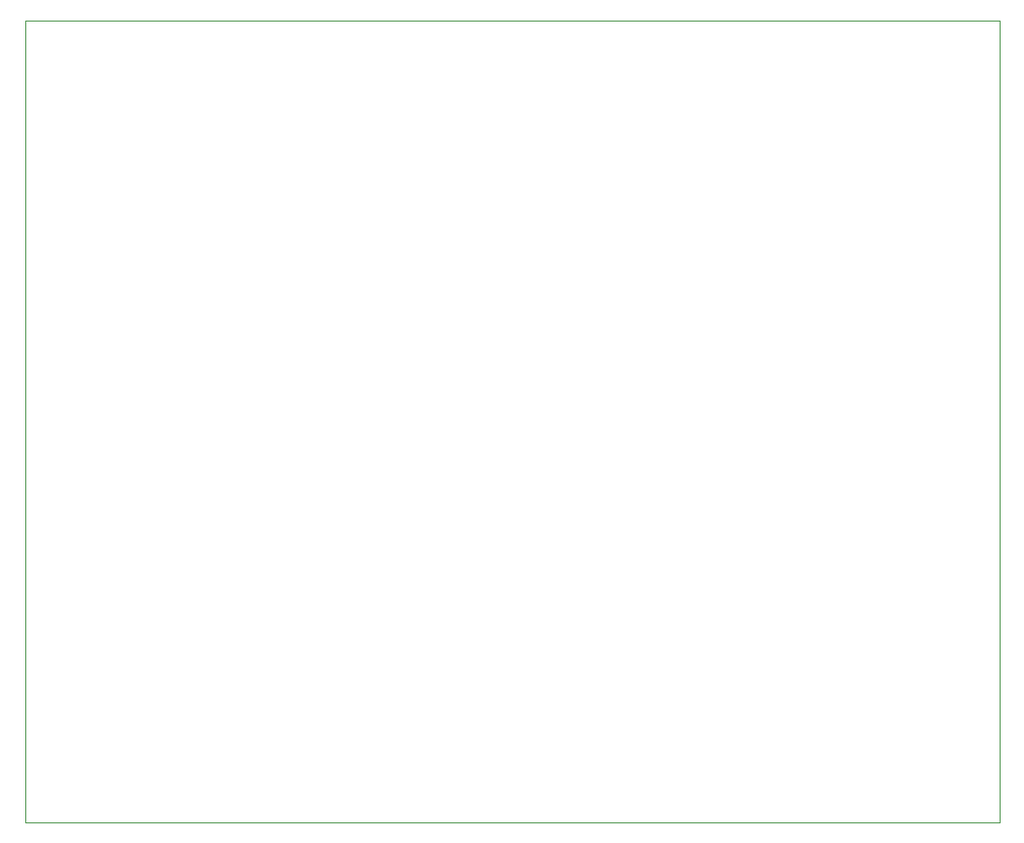
<source format=gbr>
G04 #@! TF.GenerationSoftware,KiCad,Pcbnew,(5.1.2-1)-1*
G04 #@! TF.CreationDate,2020-06-29T00:37:08+01:00*
G04 #@! TF.ProjectId,tranZPUter-SW_v1_1,7472616e-5a50-4557-9465-722d53575f76,rev?*
G04 #@! TF.SameCoordinates,Original*
G04 #@! TF.FileFunction,Profile,NP*
%FSLAX46Y46*%
G04 Gerber Fmt 4.6, Leading zero omitted, Abs format (unit mm)*
G04 Created by KiCad (PCBNEW (5.1.2-1)-1) date 2020-06-29 00:37:08*
%MOMM*%
%LPD*%
G04 APERTURE LIST*
%ADD10C,0.100000*%
G04 APERTURE END LIST*
D10*
X112000000Y-75000000D02*
X200000000Y-75000000D01*
X112000000Y-147500000D02*
X112000000Y-75000000D01*
X200000000Y-147500000D02*
X112000000Y-147500000D01*
X200000000Y-75000000D02*
X200000000Y-147500000D01*
M02*

</source>
